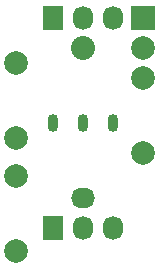
<source format=gbr>
G04 #@! TF.FileFunction,Soldermask,Bot*
%FSLAX46Y46*%
G04 Gerber Fmt 4.6, Leading zero omitted, Abs format (unit mm)*
G04 Created by KiCad (PCBNEW (2015-08-15 BZR 6092)-product) date 1/14/2016 9:18:36 PM*
%MOMM*%
G01*
G04 APERTURE LIST*
%ADD10C,0.100000*%
%ADD11R,2.000000X2.000000*%
%ADD12C,2.000000*%
%ADD13C,2.032000*%
%ADD14O,2.032000X1.727200*%
%ADD15O,1.727200X2.032000*%
%ADD16R,1.727200X2.032000*%
%ADD17C,1.998980*%
%ADD18O,0.899160X1.501140*%
G04 APERTURE END LIST*
D10*
D11*
X144780000Y-87630000D03*
D12*
X144780000Y-90170000D03*
D13*
X139700000Y-90170000D03*
D14*
X139700000Y-102870000D03*
D15*
X142240000Y-105410000D03*
X139700000Y-105410000D03*
D16*
X137160000Y-105410000D03*
X137160000Y-87630000D03*
D15*
X139700000Y-87630000D03*
X142240000Y-87630000D03*
D17*
X133985000Y-91440000D03*
X133985000Y-97790000D03*
X133985000Y-107315000D03*
X133985000Y-100965000D03*
X144780000Y-99060000D03*
X144780000Y-92710000D03*
D18*
X139700000Y-96520000D03*
X137160000Y-96520000D03*
X142240000Y-96520000D03*
M02*

</source>
